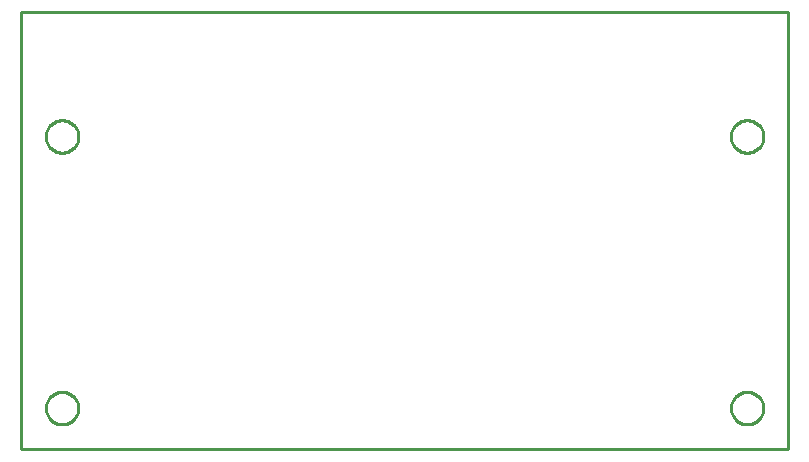
<source format=gbr>
G04 EAGLE Gerber RS-274X export*
G75*
%MOMM*%
%FSLAX34Y34*%
%LPD*%
%IN*%
%IPPOS*%
%AMOC8*
5,1,8,0,0,1.08239X$1,22.5*%
G01*
%ADD10C,0.254000*%


D10*
X0Y0D02*
X650000Y0D01*
X650000Y370000D01*
X0Y370000D01*
X0Y0D01*
X628750Y34509D02*
X628680Y33529D01*
X628540Y32557D01*
X628331Y31597D01*
X628055Y30655D01*
X627711Y29735D01*
X627303Y28841D01*
X626833Y27979D01*
X626302Y27153D01*
X625713Y26367D01*
X625070Y25625D01*
X624375Y24930D01*
X623633Y24287D01*
X622847Y23698D01*
X622021Y23167D01*
X621159Y22697D01*
X620265Y22289D01*
X619345Y21945D01*
X618403Y21669D01*
X617443Y21460D01*
X616471Y21320D01*
X615491Y21250D01*
X614509Y21250D01*
X613529Y21320D01*
X612557Y21460D01*
X611597Y21669D01*
X610655Y21945D01*
X609735Y22289D01*
X608841Y22697D01*
X607979Y23167D01*
X607153Y23698D01*
X606367Y24287D01*
X605625Y24930D01*
X604930Y25625D01*
X604287Y26367D01*
X603698Y27153D01*
X603167Y27979D01*
X602697Y28841D01*
X602289Y29735D01*
X601945Y30655D01*
X601669Y31597D01*
X601460Y32557D01*
X601320Y33529D01*
X601250Y34509D01*
X601250Y35491D01*
X601320Y36471D01*
X601460Y37443D01*
X601669Y38403D01*
X601945Y39345D01*
X602289Y40265D01*
X602697Y41159D01*
X603167Y42021D01*
X603698Y42847D01*
X604287Y43633D01*
X604930Y44375D01*
X605625Y45070D01*
X606367Y45713D01*
X607153Y46302D01*
X607979Y46833D01*
X608841Y47303D01*
X609735Y47711D01*
X610655Y48055D01*
X611597Y48331D01*
X612557Y48540D01*
X613529Y48680D01*
X614509Y48750D01*
X615491Y48750D01*
X616471Y48680D01*
X617443Y48540D01*
X618403Y48331D01*
X619345Y48055D01*
X620265Y47711D01*
X621159Y47303D01*
X622021Y46833D01*
X622847Y46302D01*
X623633Y45713D01*
X624375Y45070D01*
X625070Y44375D01*
X625713Y43633D01*
X626302Y42847D01*
X626833Y42021D01*
X627303Y41159D01*
X627711Y40265D01*
X628055Y39345D01*
X628331Y38403D01*
X628540Y37443D01*
X628680Y36471D01*
X628750Y35491D01*
X628750Y34509D01*
X48750Y34509D02*
X48680Y33529D01*
X48540Y32557D01*
X48331Y31597D01*
X48055Y30655D01*
X47711Y29735D01*
X47303Y28841D01*
X46833Y27979D01*
X46302Y27153D01*
X45713Y26367D01*
X45070Y25625D01*
X44375Y24930D01*
X43633Y24287D01*
X42847Y23698D01*
X42021Y23167D01*
X41159Y22697D01*
X40265Y22289D01*
X39345Y21945D01*
X38403Y21669D01*
X37443Y21460D01*
X36471Y21320D01*
X35491Y21250D01*
X34509Y21250D01*
X33529Y21320D01*
X32557Y21460D01*
X31597Y21669D01*
X30655Y21945D01*
X29735Y22289D01*
X28841Y22697D01*
X27979Y23167D01*
X27153Y23698D01*
X26367Y24287D01*
X25625Y24930D01*
X24930Y25625D01*
X24287Y26367D01*
X23698Y27153D01*
X23167Y27979D01*
X22697Y28841D01*
X22289Y29735D01*
X21945Y30655D01*
X21669Y31597D01*
X21460Y32557D01*
X21320Y33529D01*
X21250Y34509D01*
X21250Y35491D01*
X21320Y36471D01*
X21460Y37443D01*
X21669Y38403D01*
X21945Y39345D01*
X22289Y40265D01*
X22697Y41159D01*
X23167Y42021D01*
X23698Y42847D01*
X24287Y43633D01*
X24930Y44375D01*
X25625Y45070D01*
X26367Y45713D01*
X27153Y46302D01*
X27979Y46833D01*
X28841Y47303D01*
X29735Y47711D01*
X30655Y48055D01*
X31597Y48331D01*
X32557Y48540D01*
X33529Y48680D01*
X34509Y48750D01*
X35491Y48750D01*
X36471Y48680D01*
X37443Y48540D01*
X38403Y48331D01*
X39345Y48055D01*
X40265Y47711D01*
X41159Y47303D01*
X42021Y46833D01*
X42847Y46302D01*
X43633Y45713D01*
X44375Y45070D01*
X45070Y44375D01*
X45713Y43633D01*
X46302Y42847D01*
X46833Y42021D01*
X47303Y41159D01*
X47711Y40265D01*
X48055Y39345D01*
X48331Y38403D01*
X48540Y37443D01*
X48680Y36471D01*
X48750Y35491D01*
X48750Y34509D01*
X628750Y264509D02*
X628680Y263529D01*
X628540Y262557D01*
X628331Y261597D01*
X628055Y260655D01*
X627711Y259735D01*
X627303Y258841D01*
X626833Y257979D01*
X626302Y257153D01*
X625713Y256367D01*
X625070Y255625D01*
X624375Y254930D01*
X623633Y254287D01*
X622847Y253698D01*
X622021Y253167D01*
X621159Y252697D01*
X620265Y252289D01*
X619345Y251945D01*
X618403Y251669D01*
X617443Y251460D01*
X616471Y251320D01*
X615491Y251250D01*
X614509Y251250D01*
X613529Y251320D01*
X612557Y251460D01*
X611597Y251669D01*
X610655Y251945D01*
X609735Y252289D01*
X608841Y252697D01*
X607979Y253167D01*
X607153Y253698D01*
X606367Y254287D01*
X605625Y254930D01*
X604930Y255625D01*
X604287Y256367D01*
X603698Y257153D01*
X603167Y257979D01*
X602697Y258841D01*
X602289Y259735D01*
X601945Y260655D01*
X601669Y261597D01*
X601460Y262557D01*
X601320Y263529D01*
X601250Y264509D01*
X601250Y265491D01*
X601320Y266471D01*
X601460Y267443D01*
X601669Y268403D01*
X601945Y269345D01*
X602289Y270265D01*
X602697Y271159D01*
X603167Y272021D01*
X603698Y272847D01*
X604287Y273633D01*
X604930Y274375D01*
X605625Y275070D01*
X606367Y275713D01*
X607153Y276302D01*
X607979Y276833D01*
X608841Y277303D01*
X609735Y277711D01*
X610655Y278055D01*
X611597Y278331D01*
X612557Y278540D01*
X613529Y278680D01*
X614509Y278750D01*
X615491Y278750D01*
X616471Y278680D01*
X617443Y278540D01*
X618403Y278331D01*
X619345Y278055D01*
X620265Y277711D01*
X621159Y277303D01*
X622021Y276833D01*
X622847Y276302D01*
X623633Y275713D01*
X624375Y275070D01*
X625070Y274375D01*
X625713Y273633D01*
X626302Y272847D01*
X626833Y272021D01*
X627303Y271159D01*
X627711Y270265D01*
X628055Y269345D01*
X628331Y268403D01*
X628540Y267443D01*
X628680Y266471D01*
X628750Y265491D01*
X628750Y264509D01*
X48750Y264509D02*
X48680Y263529D01*
X48540Y262557D01*
X48331Y261597D01*
X48055Y260655D01*
X47711Y259735D01*
X47303Y258841D01*
X46833Y257979D01*
X46302Y257153D01*
X45713Y256367D01*
X45070Y255625D01*
X44375Y254930D01*
X43633Y254287D01*
X42847Y253698D01*
X42021Y253167D01*
X41159Y252697D01*
X40265Y252289D01*
X39345Y251945D01*
X38403Y251669D01*
X37443Y251460D01*
X36471Y251320D01*
X35491Y251250D01*
X34509Y251250D01*
X33529Y251320D01*
X32557Y251460D01*
X31597Y251669D01*
X30655Y251945D01*
X29735Y252289D01*
X28841Y252697D01*
X27979Y253167D01*
X27153Y253698D01*
X26367Y254287D01*
X25625Y254930D01*
X24930Y255625D01*
X24287Y256367D01*
X23698Y257153D01*
X23167Y257979D01*
X22697Y258841D01*
X22289Y259735D01*
X21945Y260655D01*
X21669Y261597D01*
X21460Y262557D01*
X21320Y263529D01*
X21250Y264509D01*
X21250Y265491D01*
X21320Y266471D01*
X21460Y267443D01*
X21669Y268403D01*
X21945Y269345D01*
X22289Y270265D01*
X22697Y271159D01*
X23167Y272021D01*
X23698Y272847D01*
X24287Y273633D01*
X24930Y274375D01*
X25625Y275070D01*
X26367Y275713D01*
X27153Y276302D01*
X27979Y276833D01*
X28841Y277303D01*
X29735Y277711D01*
X30655Y278055D01*
X31597Y278331D01*
X32557Y278540D01*
X33529Y278680D01*
X34509Y278750D01*
X35491Y278750D01*
X36471Y278680D01*
X37443Y278540D01*
X38403Y278331D01*
X39345Y278055D01*
X40265Y277711D01*
X41159Y277303D01*
X42021Y276833D01*
X42847Y276302D01*
X43633Y275713D01*
X44375Y275070D01*
X45070Y274375D01*
X45713Y273633D01*
X46302Y272847D01*
X46833Y272021D01*
X47303Y271159D01*
X47711Y270265D01*
X48055Y269345D01*
X48331Y268403D01*
X48540Y267443D01*
X48680Y266471D01*
X48750Y265491D01*
X48750Y264509D01*
M02*

</source>
